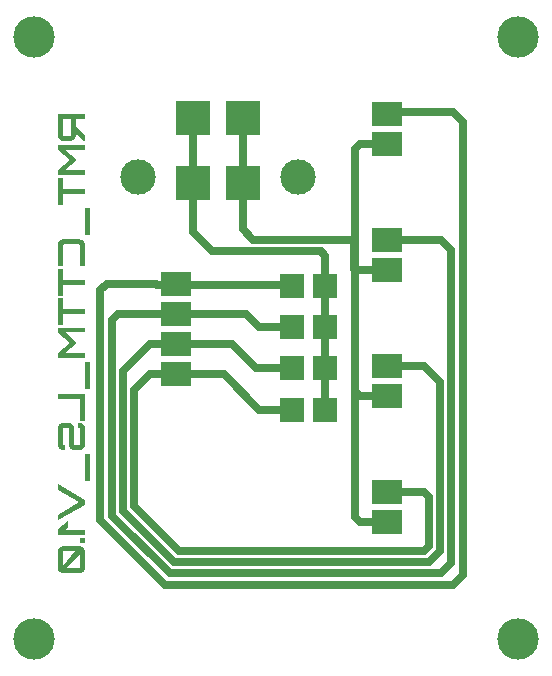
<source format=gbr>
%TF.GenerationSoftware,Altium Limited,Altium Designer,23.1.1 (15)*%
G04 Layer_Physical_Order=2*
G04 Layer_Color=16711680*
%FSLAX45Y45*%
%MOMM*%
%TF.SameCoordinates,360EE30D-AB56-4616-9298-F0F78F6C7FA0*%
%TF.FilePolarity,Positive*%
%TF.FileFunction,Copper,L2,Bot,Signal*%
%TF.Part,Single*%
G01*
G75*
%TA.AperFunction,ComponentPad*%
%ADD10R,2.50000X2.00000*%
%ADD11R,3.00000X3.00000*%
%ADD12C,3.00000*%
%TA.AperFunction,ViaPad*%
%ADD13C,3.50000*%
%TA.AperFunction,SMDPad,CuDef*%
%ADD14R,2.00000X2.00000*%
%TA.AperFunction,Conductor*%
%ADD15C,0.70000*%
G36*
X733011Y4708011D02*
X654697D01*
X654522Y4632825D01*
X733011Y4567047D01*
Y4521392D01*
X721347Y4521059D01*
X654394Y4577905D01*
X654522Y4632825D01*
X650698Y4636029D01*
Y4581043D01*
X654394Y4577905D01*
X654364Y4565047D01*
X654031Y4560382D01*
X653364Y4556383D01*
X652698Y4552717D01*
X651365Y4549385D01*
X650365Y4546385D01*
X649699Y4544386D01*
X649032Y4543053D01*
X648699Y4542720D01*
X646366Y4539054D01*
X643700Y4535721D01*
X641034Y4533055D01*
X638368Y4530723D01*
X636036Y4528723D01*
X634036Y4527390D01*
X632703Y4526724D01*
X632370Y4526390D01*
X628371Y4524391D01*
X624372Y4523058D01*
X620706Y4521725D01*
X617374Y4521059D01*
X614374Y4520725D01*
X612042Y4520392D01*
X610709D01*
X610042D01*
X548058D01*
X543726Y4520725D01*
X539394Y4521392D01*
X535728Y4522392D01*
X532395Y4523391D01*
X529729Y4524391D01*
X527730Y4525391D01*
X526397Y4526057D01*
X526064Y4526390D01*
X522398Y4528723D01*
X519399Y4531389D01*
X516733Y4534055D01*
X514400Y4536721D01*
X512401Y4539054D01*
X511068Y4541053D01*
X510401Y4542386D01*
X510068Y4542720D01*
X508068Y4546385D01*
X506402Y4550384D01*
X505402Y4554050D01*
X504403Y4557716D01*
X504069Y4560715D01*
X503736Y4563048D01*
Y4750000D01*
X733011D01*
Y4708011D01*
D02*
G37*
G36*
Y4445078D02*
X565054D01*
X668361Y4357434D01*
X564720Y4270456D01*
X733011D01*
Y4228134D01*
X503403D01*
Y4274788D01*
X602711Y4357434D01*
X503403Y4440746D01*
Y4487067D01*
X733011D01*
Y4445078D01*
D02*
G37*
G36*
X546059Y4108831D02*
X733011D01*
Y4066508D01*
X545725Y4066841D01*
X546059Y3972866D01*
X503403D01*
Y4202473D01*
X545725D01*
X546059Y4108831D01*
D02*
G37*
G36*
X775000Y3722263D02*
X733011D01*
Y3949871D01*
X775000D01*
Y3722263D01*
D02*
G37*
G36*
X693021Y3684939D02*
X697353Y3684273D01*
X701019Y3683273D01*
X704351Y3682273D01*
X707351Y3681274D01*
X709350Y3680274D01*
X710683Y3679607D01*
X711016Y3679274D01*
X714682Y3676941D01*
X717681Y3674275D01*
X720347Y3671609D01*
X722680Y3668943D01*
X724680Y3666611D01*
X726013Y3664944D01*
X726679Y3663611D01*
X727012Y3663278D01*
X729012Y3659279D01*
X730345Y3655280D01*
X731678Y3651614D01*
X732344Y3648282D01*
X732677Y3645283D01*
X733011Y3642950D01*
Y3456331D01*
X690688D01*
Y3631953D01*
X690355Y3635285D01*
X689022Y3637951D01*
X688022Y3639618D01*
X687689Y3640284D01*
X685023Y3641950D01*
X682690Y3642950D01*
X680358Y3643283D01*
X680024D01*
X679691D01*
X557056D01*
X553390Y3642950D01*
X551057Y3641617D01*
X549391Y3640617D01*
X549058Y3640284D01*
X547392Y3637618D01*
X546392Y3634952D01*
X546059Y3632619D01*
Y3456331D01*
X503403D01*
Y3640951D01*
X503736Y3645283D01*
X504403Y3649615D01*
X505402Y3653281D01*
X506402Y3656613D01*
X507735Y3659279D01*
X508735Y3661612D01*
X509401Y3662945D01*
X509735Y3663278D01*
X512067Y3666944D01*
X514733Y3669943D01*
X517399Y3672609D01*
X520065Y3674942D01*
X522398Y3676941D01*
X524064Y3678274D01*
X525397Y3678941D01*
X525730Y3679274D01*
X529396Y3681274D01*
X533395Y3682607D01*
X537061Y3683940D01*
X540393Y3684606D01*
X543393Y3684939D01*
X545725Y3685273D01*
X547058D01*
X547725D01*
X688689D01*
X693021Y3684939D01*
D02*
G37*
G36*
X546059Y3340694D02*
X733011D01*
Y3298372D01*
X545725Y3298705D01*
X546059Y3204729D01*
X503403D01*
Y3434337D01*
X545725D01*
X546059Y3340694D01*
D02*
G37*
G36*
Y3098756D02*
X733011D01*
Y3056434D01*
X545725Y3056767D01*
X546059Y2962791D01*
X503403D01*
Y3192399D01*
X545725D01*
X546059Y3098756D01*
D02*
G37*
G36*
X733011Y2897141D02*
X565054D01*
X668361Y2809497D01*
X564720Y2722519D01*
X733011D01*
Y2680197D01*
X503403D01*
Y2726851D01*
X602711Y2809497D01*
X503403Y2892809D01*
Y2939130D01*
X733011D01*
Y2897141D01*
D02*
G37*
G36*
X775000Y2416264D02*
X733011D01*
Y2643873D01*
X775000D01*
Y2416264D01*
D02*
G37*
G36*
X733011Y2149333D02*
X690688D01*
Y2336951D01*
X503070D01*
Y2378940D01*
X733011D01*
Y2149333D01*
D02*
G37*
G36*
X693021Y2131670D02*
X697353Y2131004D01*
X701019Y2130004D01*
X704351Y2129004D01*
X707351Y2128005D01*
X709350Y2127005D01*
X710683Y2126338D01*
X711016Y2126005D01*
X714682Y2123339D01*
X717681Y2120673D01*
X720347Y2118007D01*
X722680Y2115341D01*
X724680Y2113008D01*
X726013Y2111342D01*
X726679Y2110009D01*
X727012Y2109676D01*
X729012Y2106010D01*
X730345Y2102011D01*
X731678Y2098346D01*
X732344Y2095013D01*
X732677Y2092014D01*
X733011Y2089681D01*
Y1946718D01*
X732677Y1942052D01*
X732011Y1938053D01*
X731011Y1934388D01*
X730011Y1931055D01*
X729012Y1928056D01*
X728012Y1926056D01*
X727346Y1924723D01*
X727012Y1924390D01*
X724680Y1920724D01*
X722014Y1917725D01*
X719348Y1915059D01*
X716682Y1912726D01*
X714349Y1910727D01*
X712683Y1909394D01*
X711350Y1908727D01*
X711016Y1908394D01*
X707017Y1906395D01*
X703352Y1905062D01*
X699686Y1903729D01*
X696020Y1903062D01*
X693021Y1902729D01*
X690688Y1902396D01*
X689355D01*
X688689D01*
X641701D01*
X637035Y1902729D01*
X633036Y1903395D01*
X629371Y1904395D01*
X626038Y1905395D01*
X623039Y1906395D01*
X621039Y1907394D01*
X619706Y1908061D01*
X619373Y1908394D01*
X615707Y1910727D01*
X612375Y1913393D01*
X609709Y1916059D01*
X607376Y1918725D01*
X605710Y1921058D01*
X604377Y1922724D01*
X603711Y1924057D01*
X603377Y1924390D01*
X601378Y1928056D01*
X599712Y1932055D01*
X598712Y1935721D01*
X598045Y1939386D01*
X597379Y1942385D01*
X597046Y1944718D01*
Y2087015D01*
X596712Y2088015D01*
X596379Y2088348D01*
Y2088681D01*
X595379Y2089348D01*
X594380Y2089681D01*
X593713D01*
X593380D01*
X549724D01*
X548391Y2089348D01*
X547392Y2089015D01*
X547058Y2088681D01*
X546725D01*
X546059Y2087682D01*
Y1947384D01*
X546392Y1946718D01*
X546725Y1946051D01*
X547725Y1945385D01*
X548725Y1944718D01*
X549391D01*
X549724D01*
X565387D01*
Y1902396D01*
X547725D01*
X543393Y1902729D01*
X539060Y1903395D01*
X535395Y1904395D01*
X532062Y1905395D01*
X529396Y1906395D01*
X527397Y1907394D01*
X526064Y1908061D01*
X525730Y1908394D01*
X522065Y1910727D01*
X519066Y1913393D01*
X516400Y1916059D01*
X514067Y1918725D01*
X512067Y1921058D01*
X510734Y1922724D01*
X510068Y1924057D01*
X509735Y1924390D01*
X507735Y1928056D01*
X506069Y1932055D01*
X505069Y1935721D01*
X504069Y1939386D01*
X503736Y1942385D01*
X503403Y1944718D01*
Y2087682D01*
X503736Y2092014D01*
X504403Y2096013D01*
X505402Y2100012D01*
X506402Y2103011D01*
X507735Y2106010D01*
X508735Y2108010D01*
X509401Y2109343D01*
X509735Y2109676D01*
X512067Y2113342D01*
X514733Y2116341D01*
X517399Y2119340D01*
X520065Y2121673D01*
X522398Y2123339D01*
X524064Y2125005D01*
X525397Y2125672D01*
X525730Y2126005D01*
X529396Y2128005D01*
X533395Y2129338D01*
X537061Y2130671D01*
X540393Y2131337D01*
X543393Y2131670D01*
X545725Y2132004D01*
X547058D01*
X547725D01*
X595046D01*
X599378Y2131670D01*
X603711Y2131004D01*
X607376Y2130004D01*
X610709Y2129004D01*
X613375Y2128005D01*
X615707Y2127005D01*
X617040Y2126338D01*
X617374Y2126005D01*
X621039Y2123339D01*
X624372Y2120673D01*
X627038Y2118007D01*
X629371Y2115341D01*
X631370Y2113008D01*
X632703Y2111342D01*
X633370Y2110009D01*
X633703Y2109676D01*
X635702Y2106010D01*
X637035Y2102011D01*
X638035Y2098346D01*
X638702Y2095013D01*
X639368Y2092014D01*
X639701Y2089681D01*
Y1947384D01*
X640035Y1946718D01*
X640368Y1946051D01*
X640701D01*
X641368Y1945385D01*
X642367Y1944718D01*
X643034D01*
X643367D01*
X687023D01*
X688022Y1945051D01*
X689022Y1945385D01*
X689688Y1945718D01*
X690022Y1946051D01*
X690688Y1946718D01*
Y2087015D01*
X690355Y2088015D01*
X690022Y2088348D01*
Y2088681D01*
X689022Y2089348D01*
X688022Y2089681D01*
X687356D01*
X687023D01*
X671360D01*
Y2132004D01*
X688689D01*
X693021Y2131670D01*
D02*
G37*
G36*
X775000Y1640796D02*
X733011D01*
X733011Y1868404D01*
X775000D01*
X775000Y1640796D01*
D02*
G37*
G36*
X733011Y1477505D02*
Y1439848D01*
X503403Y1306882D01*
Y1355536D01*
X682024Y1458509D01*
X503403Y1561483D01*
Y1610470D01*
X733011Y1477505D01*
D02*
G37*
G36*
X586049Y1246230D02*
X563721Y1227902D01*
X733011D01*
Y1185913D01*
X503403D01*
Y1232234D01*
X586049Y1301550D01*
Y1246230D01*
D02*
G37*
G36*
X733011Y1117930D02*
X691688Y1118263D01*
X691355Y1159919D01*
X733011D01*
Y1117930D01*
D02*
G37*
G36*
X691688Y1086271D02*
X695687Y1085605D01*
X699686Y1084605D01*
X703019Y1083605D01*
X705685Y1082606D01*
X707684Y1081606D01*
X709350Y1080939D01*
X709684Y1080606D01*
X713349Y1078273D01*
X716682Y1075607D01*
X719681Y1072941D01*
X722014Y1070275D01*
X724013Y1067943D01*
X725346Y1066277D01*
X726346Y1064944D01*
X726679Y1064610D01*
X728679Y1060945D01*
X730345Y1056946D01*
X731345Y1053280D01*
X732344Y1049947D01*
X732678Y1046948D01*
X733011Y1044615D01*
Y903318D01*
X732678Y898986D01*
X732011Y894654D01*
X731011Y890988D01*
X729678Y887656D01*
X728679Y884990D01*
X727679Y882990D01*
X727013Y881657D01*
X726679Y881324D01*
X724013Y877658D01*
X721347Y874659D01*
X718348Y871993D01*
X715682Y869660D01*
X713349Y867661D01*
X711350Y866328D01*
X710017Y865661D01*
X709684Y865328D01*
X705685Y863328D01*
X701686Y861995D01*
X698020Y860662D01*
X694354Y859996D01*
X691688Y859663D01*
X689355Y859329D01*
X688023D01*
X687356D01*
X548392D01*
X543726Y859663D01*
X539727Y860329D01*
X536061Y861329D01*
X532729Y862329D01*
X529730Y863328D01*
X527730Y864328D01*
X526397Y864995D01*
X526064Y865328D01*
X522398Y867661D01*
X519399Y870327D01*
X516400Y872993D01*
X514067Y875659D01*
X512401Y877991D01*
X510735Y879658D01*
X510068Y880991D01*
X509735Y881324D01*
X507735Y884990D01*
X506069Y888989D01*
X505069Y892654D01*
X504070Y895987D01*
X503736Y898986D01*
X503403Y901319D01*
Y1042616D01*
X503736Y1046948D01*
X504403Y1050947D01*
X505403Y1054946D01*
X506402Y1057945D01*
X507735Y1060945D01*
X508735Y1062944D01*
X509402Y1064277D01*
X509735Y1064610D01*
X512401Y1068276D01*
X515067Y1071275D01*
X517733Y1073941D01*
X520399Y1076274D01*
X522398Y1078273D01*
X524398Y1079606D01*
X525731Y1080273D01*
X526064Y1080606D01*
X529730Y1082606D01*
X533729Y1083939D01*
X537394Y1085272D01*
X541060Y1085938D01*
X544059Y1086271D01*
X546392Y1086605D01*
X547725D01*
X548392D01*
X687356D01*
X691688Y1086271D01*
D02*
G37*
%LPC*%
G36*
X609376Y4708011D02*
X608709D01*
X608376D01*
X549724D01*
X548725Y4707677D01*
X547725Y4707344D01*
X547392Y4707011D01*
X547058D01*
X546392Y4706011D01*
X546059Y4705011D01*
Y4565714D01*
X546392Y4564714D01*
X546725Y4564381D01*
X547058Y4564048D01*
X547725Y4563381D01*
X548725Y4562715D01*
X549391D01*
X549724D01*
X608376D01*
X609376Y4563048D01*
X610375Y4563381D01*
X611042Y4563714D01*
X611375Y4564048D01*
X612042Y4565047D01*
Y4705011D01*
X611708Y4706011D01*
X611375Y4706678D01*
Y4707011D01*
X610375Y4707677D01*
X609376Y4708011D01*
D02*
G37*
G36*
X650365Y1044949D02*
X550058D01*
X549058Y1044615D01*
X548058Y1044282D01*
X547725Y1043949D01*
X547392D01*
X546725Y1042949D01*
X546392Y1041949D01*
Y919981D01*
X650365Y1044949D01*
D02*
G37*
G36*
X689022Y1025620D02*
X585049Y900985D01*
X685357D01*
X686356Y901319D01*
X687356Y901652D01*
X687689Y901985D01*
X688023Y902318D01*
X688689Y902985D01*
X689022Y903985D01*
Y1025620D01*
D02*
G37*
%LPD*%
D10*
X1500000Y2544000D02*
D03*
Y3306000D02*
D03*
Y3052000D02*
D03*
Y2798000D02*
D03*
X3289300Y4495800D02*
D03*
Y4749800D02*
D03*
Y3429000D02*
D03*
Y3683000D02*
D03*
Y1549400D02*
D03*
Y1295400D02*
D03*
Y2362200D02*
D03*
Y2616200D02*
D03*
D11*
X2070100Y4165600D02*
D03*
Y4715600D02*
D03*
X1650100D02*
D03*
Y4165600D02*
D03*
D12*
X2540100Y4211600D02*
D03*
X1180100D02*
D03*
D13*
X300000Y300000D02*
D03*
X4400000D02*
D03*
Y5400000D02*
D03*
X300000D02*
D03*
D14*
X2488600Y2943860D02*
D03*
X2768600D02*
D03*
X2488600Y2593340D02*
D03*
X2768600D02*
D03*
X2488600Y3294380D02*
D03*
X2768600D02*
D03*
X2488600Y2242820D02*
D03*
X2768600D02*
D03*
D15*
X1500000Y2798000D02*
X1977000D01*
X1500000Y2544000D02*
X1906000D01*
X1054600Y2570100D02*
X1282500Y2798000D01*
X959200Y1347416D02*
Y2999794D01*
X1054600Y1386932D02*
Y2570100D01*
X1409700Y762000D02*
X3845195D01*
X959200Y2999794D02*
X1011405Y3052000D01*
X1449216Y857400D02*
X3749795D01*
X1150000Y1426448D02*
Y2411500D01*
X1282500Y2544000D02*
X1500000D01*
X1054600Y1386932D02*
X1488732Y952800D01*
X1150000Y1426448D02*
X1528247Y1048200D01*
X1150000Y2411500D02*
X1282500Y2544000D01*
X863800Y1307900D02*
X1409700Y762000D01*
X959200Y1347416D02*
X1449216Y857400D01*
X863800Y1307900D02*
Y3254874D01*
X1488732Y952800D02*
X3643411D01*
X1282500Y2798000D02*
X1500000D01*
X863800Y3254874D02*
X916005Y3307080D01*
X1333500D01*
X1500000Y3300730D02*
X2482250D01*
X1011405Y3052000D02*
X1500000D01*
X1339850Y3300730D02*
X1500000D01*
Y3052000D02*
X2098000D01*
X2206140Y2943860D02*
X2488600D01*
X2098000Y3052000D02*
X2206140Y2943860D01*
X2181660Y2593340D02*
X2488600D01*
X1977000Y2798000D02*
X2181660Y2593340D01*
X2207180Y2242820D02*
X2488600D01*
X1906000Y2544000D02*
X2207180Y2242820D01*
X3063605Y1295400D02*
X3289300D01*
X1528247Y1048200D02*
X3603895D01*
X3022600Y1336405D02*
X3063605Y1295400D01*
X2482250Y3300730D02*
X2488600Y3294380D01*
X2768600Y2593340D02*
Y2943860D01*
Y3294380D01*
X3845195Y4762500D02*
X3931100Y4676594D01*
X3302000Y4762500D02*
X3845195D01*
X3022600Y2403205D02*
Y3429000D01*
X3289300Y4749800D02*
X3302000Y4762500D01*
X3289300Y2616200D02*
X3603895D01*
X1650100Y3747400D02*
Y4165600D01*
Y4715600D01*
X2070100Y4165600D02*
Y4715600D01*
X2768600Y3294380D02*
Y3546595D01*
X3012805Y3438795D02*
Y3683000D01*
X1650100Y3747400D02*
X1809900Y3587600D01*
X3022600Y3429000D02*
Y3683000D01*
X3289300D02*
X3749795D01*
X2159000D02*
X3012805D01*
X3022600Y4454795D02*
X3063605Y4495800D01*
X3022600Y3683000D02*
Y4454795D01*
X3063605Y4495800D02*
X3289300D01*
X2070100Y3771900D02*
X2159000Y3683000D01*
X2070100Y3771900D02*
Y4165600D01*
X3749795Y3683000D02*
X3835700Y3597094D01*
X3643411Y952800D02*
X3740300Y1049690D01*
X3603895Y1048200D02*
X3644900Y1089206D01*
X3740300Y1049690D02*
Y2479795D01*
X3603895Y1549400D02*
X3644900Y1508395D01*
X3835700Y943306D02*
Y3597094D01*
X3603895Y2616200D02*
X3740300Y2479795D01*
X3749795Y857400D02*
X3835700Y943306D01*
X3644900Y1089206D02*
Y1508395D01*
X1809900Y3587600D02*
X2727595D01*
X2768600Y3546595D01*
X1333500Y3307080D02*
X1339850Y3300730D01*
X3012805Y3438795D02*
X3022600Y3429000D01*
X3289300D01*
X2768600Y2242820D02*
Y2593340D01*
X3063605Y2362200D02*
X3289300D01*
X3022600Y2403205D02*
X3063605Y2362200D01*
X3289300Y1549400D02*
X3603895D01*
X3931100Y847906D02*
Y4676594D01*
X3845195Y762000D02*
X3931100Y847906D01*
X3022600Y1336405D02*
Y2403205D01*
%TF.MD5,8c5dfc2e0da5f0e534f8826a92f838b5*%
M02*

</source>
